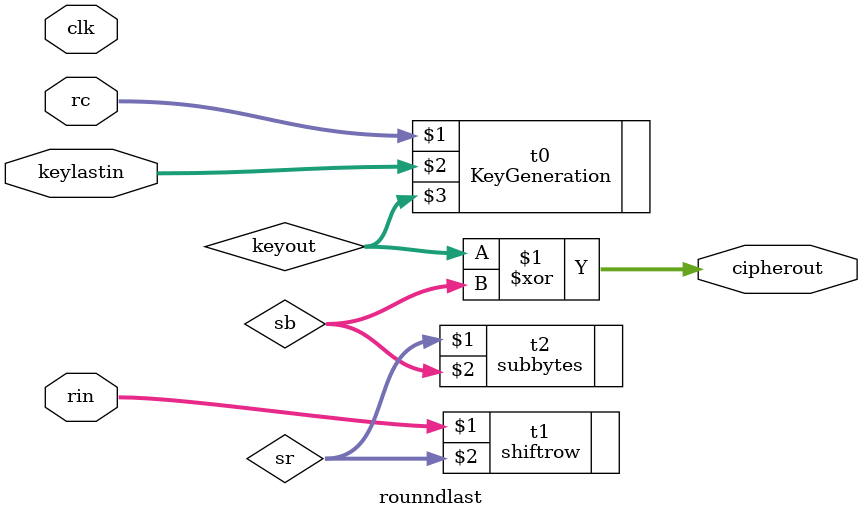
<source format=v>
`timescale 1ns / 1ps

module rounndlast(clk,rc,rin,keylastin,cipherout);
input clk;
input [3:0]rc;
input [127:0]rin;
input [127:0]keylastin;
output [127:0]cipherout;

wire [127:0] sb,sr,keyout;

KeyGeneration t0(rc,keylastin,keyout);

shiftrow t1(rin,sr);
subbytes t2(sr,sb);
assign cipherout= keyout^sb;

endmodule

</source>
